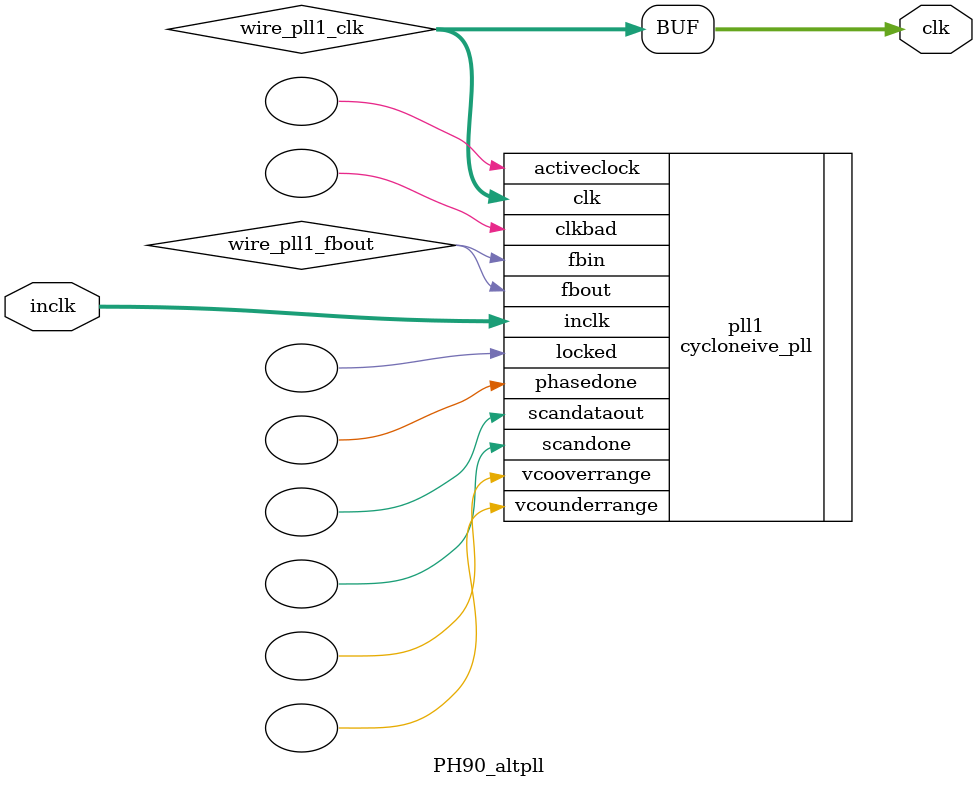
<source format=v>






//synthesis_resources = cycloneive_pll 1 
//synopsys translate_off
`timescale 1 ps / 1 ps
//synopsys translate_on
module  PH90_altpll
	( 
	clk,
	inclk) /* synthesis synthesis_clearbox=1 */;
	output   [4:0]  clk;
	input   [1:0]  inclk;
`ifndef ALTERA_RESERVED_QIS
// synopsys translate_off
`endif
	tri0   [1:0]  inclk;
`ifndef ALTERA_RESERVED_QIS
// synopsys translate_on
`endif

	wire  [4:0]   wire_pll1_clk;
	wire  wire_pll1_fbout;

	cycloneive_pll   pll1
	( 
	.activeclock(),
	.clk(wire_pll1_clk),
	.clkbad(),
	.fbin(wire_pll1_fbout),
	.fbout(wire_pll1_fbout),
	.inclk(inclk),
	.locked(),
	.phasedone(),
	.scandataout(),
	.scandone(),
	.vcooverrange(),
	.vcounderrange()
	`ifndef FORMAL_VERIFICATION
	// synopsys translate_off
	`endif
	,
	.areset(1'b0),
	.clkswitch(1'b0),
	.configupdate(1'b0),
	.pfdena(1'b1),
	.phasecounterselect({3{1'b0}}),
	.phasestep(1'b0),
	.phaseupdown(1'b0),
	.scanclk(1'b0),
	.scanclkena(1'b1),
	.scandata(1'b0)
	`ifndef FORMAL_VERIFICATION
	// synopsys translate_on
	`endif
	);
	defparam
		pll1.bandwidth_type = "auto",
		pll1.clk0_divide_by = 1,
		pll1.clk0_duty_cycle = 50,
		pll1.clk0_multiply_by = 1,
		pll1.clk0_phase_shift = "0",
		pll1.clk1_divide_by = 1,
		pll1.clk1_duty_cycle = 50,
		pll1.clk1_multiply_by = 1,
		pll1.clk1_phase_shift = "11111",
		pll1.compensate_clock = "clk0",
		pll1.inclk0_input_frequency = 25000,
		pll1.operation_mode = "normal",
		pll1.pll_type = "auto",
		pll1.lpm_type = "cycloneive_pll";
	assign
		clk = {wire_pll1_clk[4:0]};
endmodule //PH90_altpll
//VALID FILE

</source>
